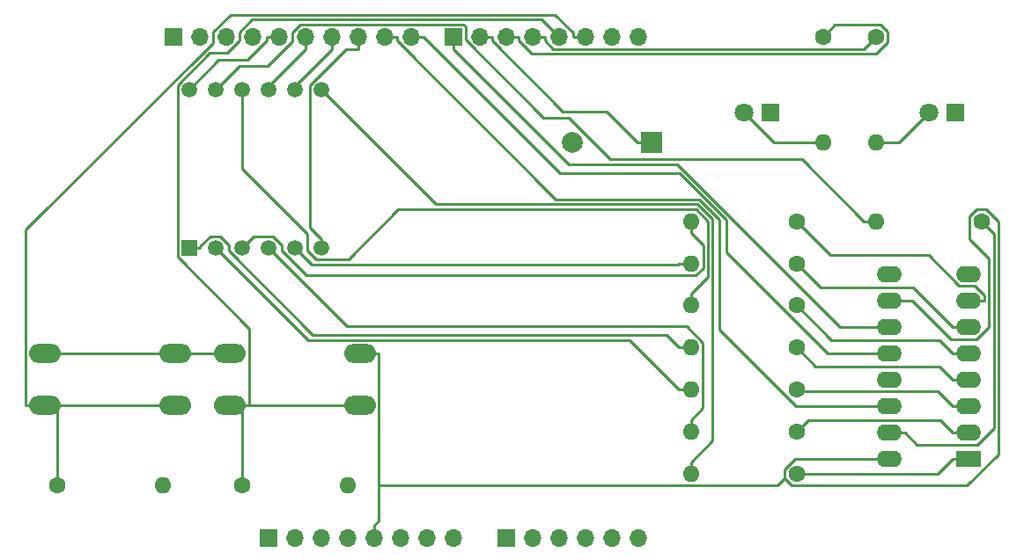
<source format=gbr>
%TF.GenerationSoftware,KiCad,Pcbnew,7.0.1*%
%TF.CreationDate,2023-03-30T13:35:16-06:00*%
%TF.ProjectId,Phase_A_UnoShield,50686173-655f-4415-9f55-6e6f53686965,rev?*%
%TF.SameCoordinates,Original*%
%TF.FileFunction,Copper,L1,Top*%
%TF.FilePolarity,Positive*%
%FSLAX46Y46*%
G04 Gerber Fmt 4.6, Leading zero omitted, Abs format (unit mm)*
G04 Created by KiCad (PCBNEW 7.0.1) date 2023-03-30 13:35:16*
%MOMM*%
%LPD*%
G01*
G04 APERTURE LIST*
%TA.AperFunction,ComponentPad*%
%ADD10R,1.700000X1.700000*%
%TD*%
%TA.AperFunction,ComponentPad*%
%ADD11O,1.700000X1.700000*%
%TD*%
%TA.AperFunction,ComponentPad*%
%ADD12R,1.800000X1.800000*%
%TD*%
%TA.AperFunction,ComponentPad*%
%ADD13C,1.800000*%
%TD*%
%TA.AperFunction,ComponentPad*%
%ADD14R,2.400000X1.600000*%
%TD*%
%TA.AperFunction,ComponentPad*%
%ADD15O,2.400000X1.600000*%
%TD*%
%TA.AperFunction,ComponentPad*%
%ADD16C,1.600000*%
%TD*%
%TA.AperFunction,ComponentPad*%
%ADD17O,1.600000X1.600000*%
%TD*%
%TA.AperFunction,ComponentPad*%
%ADD18R,2.000000X2.000000*%
%TD*%
%TA.AperFunction,ComponentPad*%
%ADD19C,2.000000*%
%TD*%
%TA.AperFunction,ComponentPad*%
%ADD20O,3.048000X1.850000*%
%TD*%
%TA.AperFunction,ComponentPad*%
%ADD21R,1.500000X1.500000*%
%TD*%
%TA.AperFunction,ComponentPad*%
%ADD22C,1.500000*%
%TD*%
%TA.AperFunction,Conductor*%
%ADD23C,0.250000*%
%TD*%
G04 APERTURE END LIST*
D10*
%TO.P,J1,1,Pin_1*%
%TO.N,unconnected-(J1-Pin_1-Pad1)*%
X127940000Y-97460000D03*
D11*
%TO.P,J1,2,Pin_2*%
%TO.N,/IOREF*%
X130480000Y-97460000D03*
%TO.P,J1,3,Pin_3*%
%TO.N,/~{RESET}*%
X133020000Y-97460000D03*
%TO.P,J1,4,Pin_4*%
%TO.N,+3V3*%
X135560000Y-97460000D03*
%TO.P,J1,5,Pin_5*%
%TO.N,+5V*%
X138100000Y-97460000D03*
%TO.P,J1,6,Pin_6*%
%TO.N,GND*%
X140640000Y-97460000D03*
%TO.P,J1,7,Pin_7*%
X143180000Y-97460000D03*
%TO.P,J1,8,Pin_8*%
%TO.N,VCC*%
X145720000Y-97460000D03*
%TD*%
D10*
%TO.P,J3,1,Pin_1*%
%TO.N,/A0*%
X150800000Y-97460000D03*
D11*
%TO.P,J3,2,Pin_2*%
%TO.N,/A1*%
X153340000Y-97460000D03*
%TO.P,J3,3,Pin_3*%
%TO.N,/A2*%
X155880000Y-97460000D03*
%TO.P,J3,4,Pin_4*%
%TO.N,/A3*%
X158420000Y-97460000D03*
%TO.P,J3,5,Pin_5*%
%TO.N,/SDA{slash}A4*%
X160960000Y-97460000D03*
%TO.P,J3,6,Pin_6*%
%TO.N,/SCL{slash}A5*%
X163500000Y-97460000D03*
%TD*%
D10*
%TO.P,J2,1,Pin_1*%
%TO.N,unconnected-(J2-Pin_1-Pad1)*%
X118796000Y-49200000D03*
D11*
%TO.P,J2,2,Pin_2*%
%TO.N,unconnected-(J2-Pin_2-Pad2)*%
X121336000Y-49200000D03*
%TO.P,J2,3,Pin_3*%
%TO.N,unconnected-(J2-Pin_3-Pad3)*%
X123876000Y-49200000D03*
%TO.P,J2,4,Pin_4*%
%TO.N,GND*%
X126416000Y-49200000D03*
%TO.P,J2,5,Pin_5*%
%TO.N,Dig1*%
X128956000Y-49200000D03*
%TO.P,J2,6,Pin_6*%
%TO.N,Dig2*%
X131496000Y-49200000D03*
%TO.P,J2,7,Pin_7*%
%TO.N,Dig3*%
X134036000Y-49200000D03*
%TO.P,J2,8,Pin_8*%
%TO.N,Dig4*%
X136576000Y-49200000D03*
%TO.P,J2,9,Pin_9*%
%TO.N,DS*%
X139116000Y-49200000D03*
%TO.P,J2,10,Pin_10*%
%TO.N,ST_CP*%
X141656000Y-49200000D03*
%TD*%
D10*
%TO.P,J4,1,Pin_1*%
%TO.N,SH_CP*%
X145720000Y-49200000D03*
D11*
%TO.P,J4,2,Pin_2*%
%TO.N,Buzzer*%
X148260000Y-49200000D03*
%TO.P,J4,3,Pin_3*%
%TO.N,RED_LED*%
X150800000Y-49200000D03*
%TO.P,J4,4,Pin_4*%
%TO.N,GREEN_LED*%
X153340000Y-49200000D03*
%TO.P,J4,5,Pin_5*%
%TO.N,Button_2*%
X155880000Y-49200000D03*
%TO.P,J4,6,Pin_6*%
%TO.N,Button_1*%
X158420000Y-49200000D03*
%TO.P,J4,7,Pin_7*%
%TO.N,/TX{slash}1*%
X160960000Y-49200000D03*
%TO.P,J4,8,Pin_8*%
%TO.N,/RX{slash}0*%
X163500000Y-49200000D03*
%TD*%
D12*
%TO.P,D2,1,K*%
%TO.N,GND*%
X193980000Y-56468000D03*
D13*
%TO.P,D2,2,A*%
%TO.N,Net-(D2-A)*%
X191440000Y-56468000D03*
%TD*%
D14*
%TO.P,U2,1,QB*%
%TO.N,b*%
X195240000Y-89840000D03*
D15*
%TO.P,U2,2,QC*%
%TO.N,c*%
X195240000Y-87300000D03*
%TO.P,U2,3,QD*%
%TO.N,d*%
X195240000Y-84760000D03*
%TO.P,U2,4,QE*%
%TO.N,e*%
X195240000Y-82220000D03*
%TO.P,U2,5,QF*%
%TO.N,f*%
X195240000Y-79680000D03*
%TO.P,U2,6,QG*%
%TO.N,g*%
X195240000Y-77140000D03*
%TO.P,U2,7,QH*%
%TO.N,dp*%
X195240000Y-74600000D03*
%TO.P,U2,8,GND*%
%TO.N,GND*%
X195240000Y-72060000D03*
%TO.P,U2,9,QH'*%
%TO.N,unconnected-(U2-QH'-Pad9)*%
X187620000Y-72060000D03*
%TO.P,U2,10,~{SRCLR}*%
%TO.N,+5V*%
X187620000Y-74600000D03*
%TO.P,U2,11,SRCLK*%
%TO.N,SH_CP*%
X187620000Y-77140000D03*
%TO.P,U2,12,RCLK*%
%TO.N,ST_CP*%
X187620000Y-79680000D03*
%TO.P,U2,13,~{OE}*%
%TO.N,GND*%
X187620000Y-82220000D03*
%TO.P,U2,14,SER*%
%TO.N,DS*%
X187620000Y-84760000D03*
%TO.P,U2,15,QA*%
%TO.N,a*%
X187620000Y-87300000D03*
%TO.P,U2,16,VCC*%
%TO.N,+5V*%
X187620000Y-89840000D03*
%TD*%
D16*
%TO.P,R8,1*%
%TO.N,d*%
X178740000Y-83180000D03*
D17*
%TO.P,R8,2*%
%TO.N,Net-(U1-d)*%
X168580000Y-83180000D03*
%TD*%
D16*
%TO.P,R5,1*%
%TO.N,a*%
X196520000Y-66980000D03*
D17*
%TO.P,R5,2*%
%TO.N,Net-(U1-a)*%
X186360000Y-66980000D03*
%TD*%
D12*
%TO.P,D1,1,K*%
%TO.N,GND*%
X176200000Y-56468000D03*
D13*
%TO.P,D1,2,A*%
%TO.N,Net-(D1-A)*%
X173660000Y-56468000D03*
%TD*%
D16*
%TO.P,R1,1*%
%TO.N,Button_1*%
X107620000Y-92380000D03*
D17*
%TO.P,R1,2*%
%TO.N,GND*%
X117780000Y-92380000D03*
%TD*%
D18*
%TO.P,LS1,1,1*%
%TO.N,Buzzer*%
X164760000Y-59360000D03*
D19*
%TO.P,LS1,2,2*%
%TO.N,GND*%
X157160000Y-59360000D03*
%TD*%
D16*
%TO.P,R2,1*%
%TO.N,Button_2*%
X125400000Y-92380000D03*
D17*
%TO.P,R2,2*%
%TO.N,GND*%
X135560000Y-92380000D03*
%TD*%
D20*
%TO.P,SW1,1,1*%
%TO.N,+5V*%
X106460000Y-79720000D03*
X118960000Y-79720000D03*
%TO.P,SW1,2,2*%
%TO.N,Button_1*%
X106460000Y-84720000D03*
X118960000Y-84720000D03*
%TD*%
%TO.P,SW2,1,1*%
%TO.N,+5V*%
X124240000Y-79720000D03*
X136740000Y-79720000D03*
%TO.P,SW2,2,2*%
%TO.N,Button_2*%
X124240000Y-84720000D03*
X136740000Y-84720000D03*
%TD*%
D21*
%TO.P,U1,1,e*%
%TO.N,Net-(U1-e)*%
X120320000Y-69520000D03*
D22*
%TO.P,U1,2,d*%
%TO.N,Net-(U1-d)*%
X122860000Y-69520000D03*
%TO.P,U1,3,DPX*%
%TO.N,Net-(U1-DPX)*%
X125400000Y-69520000D03*
%TO.P,U1,4,c*%
%TO.N,Net-(U1-c)*%
X127940000Y-69520000D03*
%TO.P,U1,5,g*%
%TO.N,Net-(U1-g)*%
X130480000Y-69520000D03*
%TO.P,U1,6,CA4*%
%TO.N,Dig4*%
X133020000Y-69520000D03*
%TO.P,U1,7,b*%
%TO.N,Net-(U1-b)*%
X133020000Y-54280000D03*
%TO.P,U1,8,CA3*%
%TO.N,Dig3*%
X130480000Y-54280000D03*
%TO.P,U1,9,CA2*%
%TO.N,Dig2*%
X127940000Y-54280000D03*
%TO.P,U1,10,f*%
%TO.N,Net-(U1-f)*%
X125400000Y-54280000D03*
%TO.P,U1,11,a*%
%TO.N,Net-(U1-a)*%
X122860000Y-54280000D03*
%TO.P,U1,12,CA1*%
%TO.N,Dig1*%
X120320000Y-54280000D03*
%TD*%
D17*
%TO.P,R12,2*%
%TO.N,Net-(U1-DPX)*%
X168580000Y-66980000D03*
D16*
%TO.P,R12,1*%
%TO.N,dp*%
X178740000Y-66980000D03*
%TD*%
%TO.P,R10,1*%
%TO.N,f*%
X178740000Y-75080000D03*
D17*
%TO.P,R10,2*%
%TO.N,Net-(U1-f)*%
X168580000Y-75080000D03*
%TD*%
D16*
%TO.P,R9,1*%
%TO.N,e*%
X178740000Y-79130000D03*
D17*
%TO.P,R9,2*%
%TO.N,Net-(U1-e)*%
X168580000Y-79130000D03*
%TD*%
D16*
%TO.P,R6,1*%
%TO.N,b*%
X178740000Y-91280000D03*
D17*
%TO.P,R6,2*%
%TO.N,Net-(U1-b)*%
X168580000Y-91280000D03*
%TD*%
D16*
%TO.P,R3,1*%
%TO.N,RED_LED*%
X181280000Y-49200000D03*
D17*
%TO.P,R3,2*%
%TO.N,Net-(D1-A)*%
X181280000Y-59360000D03*
%TD*%
D16*
%TO.P,R7,1*%
%TO.N,c*%
X178740000Y-87230000D03*
D17*
%TO.P,R7,2*%
%TO.N,Net-(U1-c)*%
X168580000Y-87230000D03*
%TD*%
%TO.P,R11,2*%
%TO.N,Net-(U1-g)*%
X168580000Y-71030000D03*
D16*
%TO.P,R11,1*%
%TO.N,g*%
X178740000Y-71030000D03*
%TD*%
%TO.P,R4,1*%
%TO.N,GREEN_LED*%
X186360000Y-49200000D03*
D17*
%TO.P,R4,2*%
%TO.N,Net-(D2-A)*%
X186360000Y-59360000D03*
%TD*%
D23*
%TO.N,Net-(U1-DPX)*%
X169747900Y-69273000D02*
X168580000Y-68105100D01*
X169747900Y-71460200D02*
X169747900Y-69273000D01*
X169051200Y-72156900D02*
X169747900Y-71460200D01*
X131576900Y-72156900D02*
X169051200Y-72156900D01*
X129210000Y-69790000D02*
X131576900Y-72156900D01*
X129210000Y-69264800D02*
X129210000Y-69790000D01*
X128361600Y-68416400D02*
X129210000Y-69264800D01*
X126503600Y-68416400D02*
X128361600Y-68416400D01*
X125400000Y-69520000D02*
X126503600Y-68416400D01*
X168580000Y-66980000D02*
X168580000Y-68105100D01*
%TO.N,dp*%
X195240000Y-74600000D02*
X196765100Y-74600000D01*
X196765100Y-74085700D02*
X196765100Y-74600000D01*
X195864500Y-73185100D02*
X196765100Y-74085700D01*
X194374000Y-73185100D02*
X195864500Y-73185100D01*
X191436900Y-70248000D02*
X194374000Y-73185100D01*
X182008000Y-70248000D02*
X191436900Y-70248000D01*
X178740000Y-66980000D02*
X182008000Y-70248000D01*
%TO.N,Net-(U1-g)*%
X167361700Y-71123200D02*
X167454900Y-71030000D01*
X132083200Y-71123200D02*
X167361700Y-71123200D01*
X130480000Y-69520000D02*
X132083200Y-71123200D01*
X168580000Y-71030000D02*
X167454900Y-71030000D01*
%TO.N,g*%
X189904900Y-73330000D02*
X193714900Y-77140000D01*
X181040000Y-73330000D02*
X189904900Y-73330000D01*
X178740000Y-71030000D02*
X181040000Y-73330000D01*
X195240000Y-77140000D02*
X193714900Y-77140000D01*
%TO.N,Net-(U1-f)*%
X125400000Y-61891900D02*
X125400000Y-54280000D01*
X131699500Y-68191400D02*
X125400000Y-61891900D01*
X131699500Y-69765800D02*
X131699500Y-68191400D01*
X132535000Y-70601300D02*
X131699500Y-69765800D01*
X135664900Y-70601300D02*
X132535000Y-70601300D01*
X140411400Y-65854800D02*
X135664900Y-70601300D01*
X169085900Y-65854800D02*
X140411400Y-65854800D01*
X170198100Y-66967000D02*
X169085900Y-65854800D01*
X170198100Y-72336800D02*
X170198100Y-66967000D01*
X168580000Y-73954900D02*
X170198100Y-72336800D01*
X168580000Y-75080000D02*
X168580000Y-73954900D01*
%TO.N,f*%
X192444900Y-78410000D02*
X193714900Y-79680000D01*
X182070000Y-78410000D02*
X192444900Y-78410000D01*
X178740000Y-75080000D02*
X182070000Y-78410000D01*
X195240000Y-79680000D02*
X193714900Y-79680000D01*
%TO.N,Net-(U1-e)*%
X120320000Y-69520000D02*
X121395100Y-69520000D01*
X168580000Y-79130000D02*
X167454900Y-79130000D01*
X121395100Y-69385600D02*
X121395100Y-69520000D01*
X122338000Y-68442700D02*
X121395100Y-69385600D01*
X123322500Y-68442700D02*
X122338000Y-68442700D01*
X124129900Y-69250100D02*
X123322500Y-68442700D01*
X124129900Y-69814500D02*
X124129900Y-69250100D01*
X132199800Y-77884400D02*
X124129900Y-69814500D01*
X166209300Y-77884400D02*
X132199800Y-77884400D01*
X167454900Y-79130000D02*
X166209300Y-77884400D01*
%TO.N,e*%
X192444900Y-80950000D02*
X193714900Y-82220000D01*
X180560000Y-80950000D02*
X192444900Y-80950000D01*
X178740000Y-79130000D02*
X180560000Y-80950000D01*
X195240000Y-82220000D02*
X193714900Y-82220000D01*
%TO.N,Net-(U1-d)*%
X162688800Y-78413900D02*
X167454900Y-83180000D01*
X131753900Y-78413900D02*
X162688800Y-78413900D01*
X122860000Y-69520000D02*
X131753900Y-78413900D01*
X168580000Y-83180000D02*
X167454900Y-83180000D01*
%TO.N,d*%
X192300100Y-83345200D02*
X193714900Y-84760000D01*
X178905200Y-83345200D02*
X192300100Y-83345200D01*
X178740000Y-83180000D02*
X178905200Y-83345200D01*
X195240000Y-84760000D02*
X193714900Y-84760000D01*
%TO.N,Net-(U1-c)*%
X169728600Y-84956300D02*
X168580000Y-86104900D01*
X169728600Y-78676600D02*
X169728600Y-84956300D01*
X168157000Y-77105000D02*
X169728600Y-78676600D01*
X135525000Y-77105000D02*
X168157000Y-77105000D01*
X127940000Y-69520000D02*
X135525000Y-77105000D01*
X168580000Y-87230000D02*
X168580000Y-86104900D01*
%TO.N,c*%
X192552300Y-86137400D02*
X193714900Y-87300000D01*
X179832600Y-86137400D02*
X192552300Y-86137400D01*
X178740000Y-87230000D02*
X179832600Y-86137400D01*
X195240000Y-87300000D02*
X193714900Y-87300000D01*
%TO.N,Net-(U1-b)*%
X168580000Y-91280000D02*
X168580000Y-90154900D01*
X144031500Y-65291500D02*
X133020000Y-54280000D01*
X169159200Y-65291500D02*
X144031500Y-65291500D01*
X170648200Y-66780500D02*
X169159200Y-65291500D01*
X170648200Y-88086700D02*
X170648200Y-66780500D01*
X168580000Y-90154900D02*
X170648200Y-88086700D01*
%TO.N,b*%
X192274900Y-91280000D02*
X193714900Y-89840000D01*
X178740000Y-91280000D02*
X192274900Y-91280000D01*
X195240000Y-89840000D02*
X193714900Y-89840000D01*
%TO.N,Net-(U1-a)*%
X125150300Y-51989700D02*
X122860000Y-54280000D01*
X127914400Y-51989700D02*
X125150300Y-51989700D01*
X130226000Y-49678100D02*
X127914400Y-51989700D01*
X130226000Y-48781900D02*
X130226000Y-49678100D01*
X130989000Y-48018900D02*
X130226000Y-48781900D01*
X146704900Y-48018900D02*
X130989000Y-48018900D01*
X146895200Y-48209200D02*
X146704900Y-48018900D01*
X146895200Y-49500400D02*
X146895200Y-48209200D01*
X154377400Y-56982600D02*
X146895200Y-49500400D01*
X156852500Y-56982600D02*
X154377400Y-56982600D01*
X160848200Y-60978300D02*
X156852500Y-56982600D01*
X179233200Y-60978300D02*
X160848200Y-60978300D01*
X185234900Y-66980000D02*
X179233200Y-60978300D01*
X186360000Y-66980000D02*
X185234900Y-66980000D01*
%TO.N,a*%
X190312400Y-88467300D02*
X189145100Y-87300000D01*
X196089200Y-88467300D02*
X190312400Y-88467300D01*
X197688700Y-86867800D02*
X196089200Y-88467300D01*
X197688700Y-68148700D02*
X197688700Y-86867800D01*
X196520000Y-66980000D02*
X197688700Y-68148700D01*
X187620000Y-87300000D02*
X189145100Y-87300000D01*
%TO.N,Button_1*%
X107620000Y-84720000D02*
X107620000Y-92380000D01*
X118960000Y-84720000D02*
X107620000Y-84720000D01*
X158420000Y-49200000D02*
X157244900Y-49200000D01*
X107620000Y-84720000D02*
X106460000Y-84720000D01*
X157244900Y-48834800D02*
X157244900Y-49200000D01*
X155469600Y-47059500D02*
X157244900Y-48834800D01*
X124291000Y-47059500D02*
X155469600Y-47059500D01*
X122606000Y-48744500D02*
X124291000Y-47059500D01*
X122606000Y-49795700D02*
X122606000Y-48744500D01*
X104610900Y-67790800D02*
X122606000Y-49795700D01*
X104610900Y-84720000D02*
X104610900Y-67790800D01*
X106460000Y-84720000D02*
X104610900Y-84720000D01*
%TO.N,Button_2*%
X124240000Y-84720000D02*
X125164600Y-84720000D01*
X125164600Y-84720000D02*
X125400000Y-84955400D01*
X125400000Y-84955400D02*
X125400000Y-92380000D01*
X154226000Y-47546000D02*
X155880000Y-49200000D01*
X126390200Y-47546000D02*
X154226000Y-47546000D01*
X125146000Y-48790200D02*
X126390200Y-47546000D01*
X125146000Y-49592700D02*
X125146000Y-48790200D01*
X123969300Y-50769400D02*
X125146000Y-49592700D01*
X122299700Y-50769400D02*
X123969300Y-50769400D01*
X119216500Y-53852600D02*
X122299700Y-50769400D01*
X119216500Y-70421800D02*
X119216500Y-53852600D01*
X126124600Y-77329900D02*
X119216500Y-70421800D01*
X126124600Y-84720000D02*
X126124600Y-77329900D01*
X136740000Y-84720000D02*
X126124600Y-84720000D01*
X125635400Y-84720000D02*
X125400000Y-84955400D01*
X126124600Y-84720000D02*
X125635400Y-84720000D01*
%TO.N,GREEN_LED*%
X153340000Y-49200000D02*
X154515100Y-49200000D01*
X154515100Y-49565300D02*
X154515100Y-49200000D01*
X155331800Y-50382000D02*
X154515100Y-49565300D01*
X185178000Y-50382000D02*
X155331800Y-50382000D01*
X186360000Y-49200000D02*
X185178000Y-50382000D01*
%TO.N,RED_LED*%
X151975100Y-49567200D02*
X151975100Y-49200000D01*
X153240300Y-50832400D02*
X151975100Y-49567200D01*
X186386800Y-50832400D02*
X153240300Y-50832400D01*
X187509600Y-49709600D02*
X186386800Y-50832400D01*
X187509600Y-48740500D02*
X187509600Y-49709600D01*
X186842200Y-48073100D02*
X187509600Y-48740500D01*
X182406900Y-48073100D02*
X186842200Y-48073100D01*
X181280000Y-49200000D02*
X182406900Y-48073100D01*
X150800000Y-49200000D02*
X151975100Y-49200000D01*
%TO.N,Buzzer*%
X164760000Y-59360000D02*
X163434900Y-59360000D01*
X148260000Y-49200000D02*
X149435100Y-49200000D01*
X149435100Y-49565200D02*
X149435100Y-49200000D01*
X156243200Y-56373300D02*
X149435100Y-49565200D01*
X160448200Y-56373300D02*
X156243200Y-56373300D01*
X163434900Y-59360000D02*
X160448200Y-56373300D01*
%TO.N,SH_CP*%
X187620000Y-77140000D02*
X186094900Y-77140000D01*
X145720000Y-49200000D02*
X145720000Y-50375100D01*
X156801400Y-61456500D02*
X145720000Y-50375100D01*
X167261200Y-61456500D02*
X156801400Y-61456500D01*
X182944700Y-77140000D02*
X167261200Y-61456500D01*
X186094900Y-77140000D02*
X182944700Y-77140000D01*
%TO.N,ST_CP*%
X141656000Y-49200000D02*
X142831100Y-49200000D01*
X155987800Y-62356700D02*
X142831100Y-49200000D01*
X167497600Y-62356700D02*
X155987800Y-62356700D01*
X171998500Y-66857600D02*
X167497600Y-62356700D01*
X171998500Y-69945300D02*
X171998500Y-66857600D01*
X181733200Y-79680000D02*
X171998500Y-69945300D01*
X187620000Y-79680000D02*
X181733200Y-79680000D01*
%TO.N,DS*%
X140291100Y-49565300D02*
X140291100Y-49200000D01*
X155567100Y-64841300D02*
X140291100Y-49565300D01*
X169345500Y-64841300D02*
X155567100Y-64841300D01*
X171323400Y-66819200D02*
X169345500Y-64841300D01*
X171323400Y-77372300D02*
X171323400Y-66819200D01*
X178711100Y-84760000D02*
X171323400Y-77372300D01*
X187620000Y-84760000D02*
X178711100Y-84760000D01*
X139116000Y-49200000D02*
X140291100Y-49200000D01*
%TO.N,Dig4*%
X136576000Y-49200000D02*
X136576000Y-50375100D01*
X135400900Y-50375100D02*
X136576000Y-50375100D01*
X131924500Y-53851500D02*
X135400900Y-50375100D01*
X131924500Y-67554500D02*
X131924500Y-53851500D01*
X133020000Y-68650000D02*
X131924500Y-67554500D01*
X133020000Y-69520000D02*
X133020000Y-68650000D01*
%TO.N,Dig3*%
X130480000Y-53931100D02*
X134036000Y-50375100D01*
X130480000Y-54280000D02*
X130480000Y-53931100D01*
X134036000Y-49200000D02*
X134036000Y-50375100D01*
%TO.N,Dig2*%
X127940000Y-53931100D02*
X131496000Y-50375100D01*
X127940000Y-54280000D02*
X127940000Y-53931100D01*
X131496000Y-49200000D02*
X131496000Y-50375100D01*
%TO.N,Dig1*%
X127780900Y-49565200D02*
X127780900Y-49200000D01*
X125905500Y-51440600D02*
X127780900Y-49565200D01*
X123159400Y-51440600D02*
X125905500Y-51440600D01*
X120320000Y-54280000D02*
X123159400Y-51440600D01*
X128956000Y-49200000D02*
X127780900Y-49200000D01*
%TO.N,Net-(D2-A)*%
X188548000Y-59360000D02*
X191440000Y-56468000D01*
X186360000Y-59360000D02*
X188548000Y-59360000D01*
%TO.N,Net-(D1-A)*%
X176552000Y-59360000D02*
X173660000Y-56468000D01*
X181280000Y-59360000D02*
X176552000Y-59360000D01*
%TO.N,+5V*%
X118960000Y-79720000D02*
X106460000Y-79720000D01*
X124240000Y-79720000D02*
X118960000Y-79720000D01*
X136740000Y-79720000D02*
X138589100Y-79720000D01*
X138100000Y-97460000D02*
X138100000Y-96284900D01*
X177568100Y-90860100D02*
X177568100Y-91738400D01*
X178588200Y-89840000D02*
X177568100Y-90860100D01*
X187620000Y-89840000D02*
X178588200Y-89840000D01*
X189866500Y-74600000D02*
X187620000Y-74600000D01*
X193598200Y-78331700D02*
X189866500Y-74600000D01*
X196070400Y-78331700D02*
X193598200Y-78331700D01*
X197224000Y-77178100D02*
X196070400Y-78331700D01*
X197224000Y-70554800D02*
X197224000Y-77178100D01*
X195344800Y-68675600D02*
X197224000Y-70554800D01*
X195344800Y-66477000D02*
X195344800Y-68675600D01*
X195994600Y-65827200D02*
X195344800Y-66477000D01*
X196962900Y-65827200D02*
X195994600Y-65827200D01*
X198138800Y-67003100D02*
X196962900Y-65827200D01*
X198138800Y-89401900D02*
X198138800Y-67003100D01*
X195114400Y-92426300D02*
X198138800Y-89401900D01*
X178256000Y-92426300D02*
X195114400Y-92426300D01*
X177568100Y-91738400D02*
X178256000Y-92426300D01*
X176898700Y-92407800D02*
X138589100Y-92407800D01*
X177568100Y-91738400D02*
X176898700Y-92407800D01*
X138589100Y-79720000D02*
X138589100Y-92407800D01*
X138589100Y-95795800D02*
X138100000Y-96284900D01*
X138589100Y-92407800D02*
X138589100Y-95795800D01*
%TD*%
M02*

</source>
